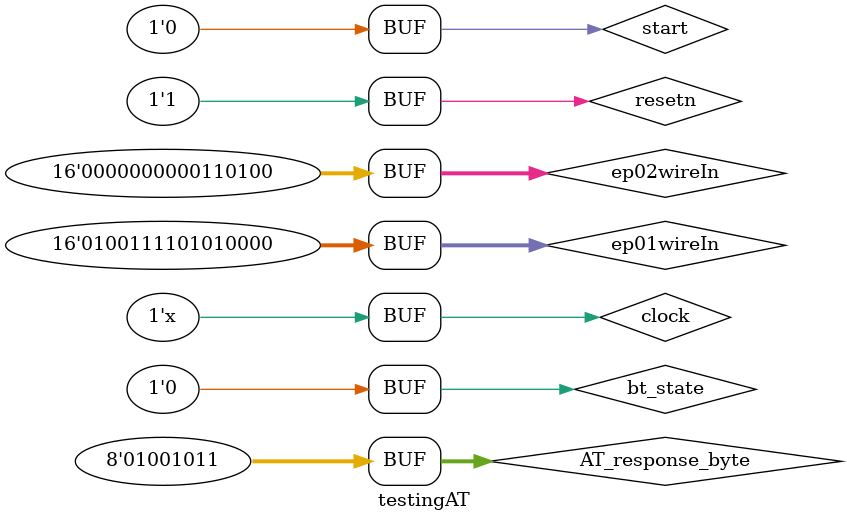
<source format=v>
`timescale 1us / 1ps

module testingAT;

	// Inputs
	reg clock;
	reg resetn;
	reg bt_state;
	reg [15:0] ep01wireIn;
	reg [15:0] ep02wireIn;
	
	parameter uart_cpd = 10'd50;
	parameter uart_timer_cap = 10'd12;
	
	reg [7:0] AT_response_byte;
	reg start;

	// Outputs
	wire fpga_txd;
	wire fpga_rxd;
	wire [15:0] ep20wireOut;
	wire [15:0] ep21wireOut;
	wire [15:0] ep22wireOut;
	wire [15:0] ep23wireOut;
	wire [15:0] ep24wireOut;
	wire [15:0] ep25wireOut;
	wire [15:0] ep26wireOut;
	wire [15:0] ep27wireOut;
	wire [15:0] ep28wireOut;
	wire [15:0] ep29wireOut;
	wire [15:0] ep30wireOut;
	wire tx_done;

	// Instantiate the Unit Under Test (UUT)
	FPGA_Bluetooth_connection uut (
		.clock(clock), 
		.bt_state(bt_state), 
		.fpga_txd(fpga_txd), 
		.fpga_rxd(fpga_rxd), 
		.uart_cpd(uart_cpd),
		.uart_timer_cap(uart_timer_cap),
		.ep01wireIn(ep01wireIn), 
		.ep02wireIn(ep02wireIn),
		.ep20wireOut(ep20wireOut), 
		.ep21wireOut(ep21wireOut),
		.ep22wireOut(ep22wireOut),
		.ep23wireOut(ep23wireOut),
		.ep24wireOut(ep24wireOut), 
		.ep25wireOut(ep25wireOut),
		.ep26wireOut(ep26wireOut),
		.ep27wireOut(ep27wireOut),
		.ep28wireOut(ep28wireOut),
		.ep29wireOut(ep29wireOut),
		.ep30wireOut(ep30wireOut)
	);
	
	UART_tx santas_little_helper(
			.clk(clock), 
			.resetn(resetn), 
			.start(start), 
			.cycles_per_databit(uart_cpd), 
			.tx_line(fpga_rxd),
			.tx_data(AT_response_byte),
			.tx_done(tx_done)
		);
	
	always begin
		#1 clock = !clock;
	end

	initial begin
		// Initialize Inputs
		clock = 0;
		resetn = 1'b0;
		bt_state = 0;
		ep01wireIn = 0;
		ep02wireIn = 0;
		start = 1'b0;
		AT_response_byte = 8'h00;

		// Wait 100 us for global reset to finish
		#100;
        
		// Add stimulus here
		#0 resetn = 1'b1;
		#0 ep02wireIn = 16'h0001;
		
		#50 ep02wireIn = 16'h0004;
		
		#100 ep01wireIn = "AT";
		#100 ep02wireIn = 16'h000C;
		
		#150 ep02wireIn = 16'h0014;
		
		#200 ep01wireIn = "+N";
		#200 ep02wireIn = 16'h000C;
		
		#250 ep02wireIn = 16'h0014;		
		
		#300 ep01wireIn = "AM";
		#300 ep02wireIn = 16'h000C;
		
		#350 ep02wireIn = 16'h0014;
		
		#400 ep01wireIn = "E=";
		#400 ep02wireIn = 16'h000C;
		
		#450 ep02wireIn = 16'h0014;
		
		#500 ep01wireIn = "OP";
		#500 ep02wireIn = 16'h000C;
		
		#550 ep02wireIn = 16'h0034;
		
		#6000 AT_response_byte = "O";
		#6000 start = 1'b1;
		#6005 start = 1'b0;
		
		#6050 AT_response_byte = "K";
		#6050 start = 1'b1;
		#6055 start = 1'b0;
		
	end
	
endmodule


</source>
